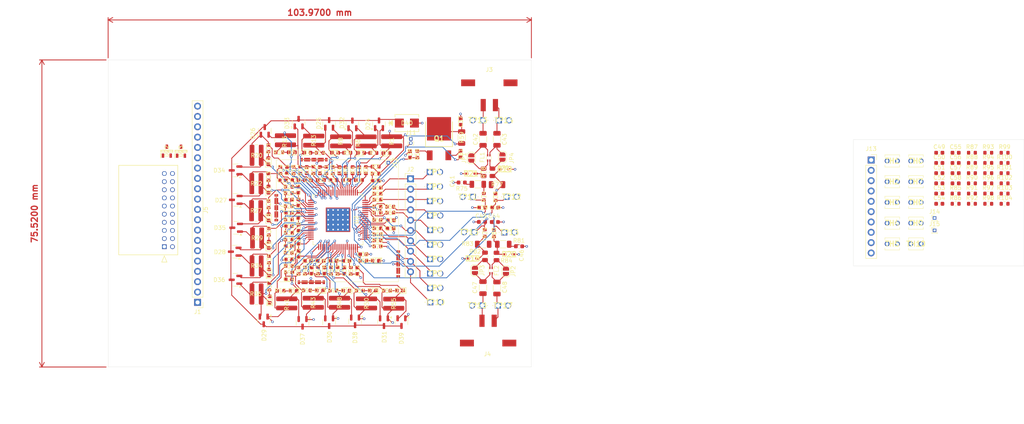
<source format=kicad_pcb>
(kicad_pcb
	(version 20240108)
	(generator "pcbnew")
	(generator_version "8.0")
	(general
		(thickness 1.6)
		(legacy_teardrops no)
	)
	(paper "A4")
	(layers
		(0 "F.Cu" signal)
		(1 "In1.Cu" signal)
		(2 "In2.Cu" signal)
		(31 "B.Cu" signal)
		(32 "B.Adhes" user "B.Adhesive")
		(33 "F.Adhes" user "F.Adhesive")
		(34 "B.Paste" user)
		(35 "F.Paste" user)
		(36 "B.SilkS" user "B.Silkscreen")
		(37 "F.SilkS" user "F.Silkscreen")
		(38 "B.Mask" user)
		(39 "F.Mask" user)
		(40 "Dwgs.User" user "User.Drawings")
		(41 "Cmts.User" user "User.Comments")
		(42 "Eco1.User" user "User.Eco1")
		(43 "Eco2.User" user "User.Eco2")
		(44 "Edge.Cuts" user)
		(45 "Margin" user)
		(46 "B.CrtYd" user "B.Courtyard")
		(47 "F.CrtYd" user "F.Courtyard")
		(48 "B.Fab" user)
		(49 "F.Fab" user)
		(50 "User.1" user)
		(51 "User.2" user)
		(52 "User.3" user)
		(53 "User.4" user)
		(54 "User.5" user)
		(55 "User.6" user)
		(56 "User.7" user)
		(57 "User.8" user)
		(58 "User.9" user)
	)
	(setup
		(stackup
			(layer "F.SilkS"
				(type "Top Silk Screen")
			)
			(layer "F.Paste"
				(type "Top Solder Paste")
			)
			(layer "F.Mask"
				(type "Top Solder Mask")
				(thickness 0.01)
			)
			(layer "F.Cu"
				(type "copper")
				(thickness 0.035)
			)
			(layer "dielectric 1"
				(type "prepreg")
				(thickness 0.1)
				(material "FR4")
				(epsilon_r 4.5)
				(loss_tangent 0.02)
			)
			(layer "In1.Cu"
				(type "copper")
				(thickness 0.035)
			)
			(layer "dielectric 2"
				(type "core")
				(thickness 1.24)
				(material "FR4")
				(epsilon_r 4.5)
				(loss_tangent 0.02)
			)
			(layer "In2.Cu"
				(type "copper")
				(thickness 0.035)
			)
			(layer "dielectric 3"
				(type "prepreg")
				(thickness 0.1)
				(material "FR4")
				(epsilon_r 4.5)
				(loss_tangent 0.02)
			)
			(layer "B.Cu"
				(type "copper")
				(thickness 0.035)
			)
			(layer "B.Mask"
				(type "Bottom Solder Mask")
				(thickness 0.01)
			)
			(layer "B.Paste"
				(type "Bottom Solder Paste")
			)
			(layer "B.SilkS"
				(type "Bottom Silk Screen")
			)
			(copper_finish "None")
			(dielectric_constraints no)
		)
		(pad_to_mask_clearance 0)
		(allow_soldermask_bridges_in_footprints no)
		(pcbplotparams
			(layerselection 0x00010fc_ffffffff)
			(plot_on_all_layers_selection 0x0000000_00000000)
			(disableapertmacros no)
			(usegerberextensions no)
			(usegerberattributes yes)
			(usegerberadvancedattributes yes)
			(creategerberjobfile yes)
			(dashed_line_dash_ratio 12.000000)
			(dashed_line_gap_ratio 3.000000)
			(svgprecision 4)
			(plotframeref no)
			(viasonmask no)
			(mode 1)
			(useauxorigin no)
			(hpglpennumber 1)
			(hpglpenspeed 20)
			(hpglpendiameter 15.000000)
			(pdf_front_fp_property_popups yes)
			(pdf_back_fp_property_popups yes)
			(dxfpolygonmode yes)
			(dxfimperialunits yes)
			(dxfusepcbnewfont yes)
			(psnegative no)
			(psa4output no)
			(plotreference yes)
			(plotvalue yes)
			(plotfptext yes)
			(plotinvisibletext no)
			(sketchpadsonfab no)
			(subtractmaskfromsilk no)
			(outputformat 1)
			(mirror no)
			(drillshape 1)
			(scaleselection 1)
			(outputdirectory "")
		)
	)
	(net 0 "")
	(net 1 "/FilterBalancingNetwork/CB")
	(net 2 "/FilterBalancingNetwork/CB:A")
	(net 3 "/FilterBalancingNetwork/CA")
	(net 4 "/Cell 15{slash}16")
	(net 5 "/FilterBalancingNetwork/SBP")
	(net 6 "/Cell 15{slash}14")
	(net 7 "/FilterBalancingNetwork/SAP")
	(net 8 "/FilterBalancingNetwork1/CB:A")
	(net 9 "/FilterBalancingNetwork1/CB")
	(net 10 "/FilterBalancingNetwork1/CA")
	(net 11 "/Cell 14{slash}13")
	(net 12 "/FilterBalancingNetwork1/SBP")
	(net 13 "/Cell 13{slash}12")
	(net 14 "/FilterBalancingNetwork1/SAP")
	(net 15 "/FilterBalancingNetwork2/CB:A")
	(net 16 "/FilterBalancingNetwork2/CB")
	(net 17 "/FilterBalancingNetwork2/CA")
	(net 18 "/Cell 12{slash}11")
	(net 19 "/FilterBalancingNetwork2/SBP")
	(net 20 "/FilterBalancingNetwork2/SAP")
	(net 21 "/Cell 11{slash}10")
	(net 22 "/FilterBalancingNetwork3/CB:A")
	(net 23 "/FilterBalancingNetwork3/CB")
	(net 24 "/FilterBalancingNetwork3/CA")
	(net 25 "/FilterBalancingNetwork3/SBP")
	(net 26 "/Cell 10{slash}9")
	(net 27 "/FilterBalancingNetwork3/SAP")
	(net 28 "/Cell 9{slash}8")
	(net 29 "/FilterBalancingNetwork4/CB:A")
	(net 30 "/FilterBalancingNetwork4/CB")
	(net 31 "/FilterBalancingNetwork4/CA")
	(net 32 "/FilterBalancingNetwork4/SBP")
	(net 33 "/Cell 8{slash}7")
	(net 34 "/Cell 7{slash}6")
	(net 35 "/FilterBalancingNetwork4/SAP")
	(net 36 "/FilterBalancingNetwork5/CB:A")
	(net 37 "/FilterBalancingNetwork5/CB")
	(net 38 "/FilterBalancingNetwork5/CA")
	(net 39 "/FilterBalancingNetwork5/SBP")
	(net 40 "/Cell 6{slash}5")
	(net 41 "/Cell 5{slash}4")
	(net 42 "/FilterBalancingNetwork5/SAP")
	(net 43 "/FilterBalancingNetwork6/CB")
	(net 44 "/FilterBalancingNetwork6/CB:A")
	(net 45 "/FilterBalancingNetwork6/CA")
	(net 46 "/FilterBalancingNetwork6/SBP")
	(net 47 "/Cell 4{slash}3")
	(net 48 "/Cell 3{slash}2")
	(net 49 "/FilterBalancingNetwork6/SAP")
	(net 50 "/FilterBalancingNetwork7/CB:A")
	(net 51 "/FilterBalancingNetwork7/CB")
	(net 52 "/FilterBalancingNetwork7/CA")
	(net 53 "/FilterBalancingNetwork7/SBP")
	(net 54 "/Cell 2{slash}1")
	(net 55 "GND")
	(net 56 "/FilterBalancingNetwork7/SAP")
	(net 57 "Net-(U2-V+)")
	(net 58 "Net-(U2-VREF1)")
	(net 59 "Net-(U2-VREF2)")
	(net 60 "+5V")
	(net 61 "Net-(Q1-C)")
	(net 62 "Net-(U2-DRIVE)")
	(net 63 "Net-(U2-IPB)")
	(net 64 "Net-(U2-IMB)")
	(net 65 "Net-(C41-Pad2)")
	(net 66 "Net-(J3-Pin_1)")
	(net 67 "Net-(J3-Pin_2)")
	(net 68 "Net-(U2-CSB(IMA))")
	(net 69 "Net-(U2-SCK(IPA))")
	(net 70 "Net-(C46-Pad2)")
	(net 71 "Net-(J4-Pin_1)")
	(net 72 "Clamp")
	(net 73 "Net-(J4-Pin_2)")
	(net 74 "Net-(D1-A)")
	(net 75 "Net-(D2-A)")
	(net 76 "Net-(D3-A)")
	(net 77 "Net-(D4-A)")
	(net 78 "Net-(D5-A)")
	(net 79 "Net-(D6-A)")
	(net 80 "Net-(D7-A)")
	(net 81 "Net-(D8-A)")
	(net 82 "Net-(D9-A)")
	(net 83 "Net-(D10-A)")
	(net 84 "Net-(D11-A)")
	(net 85 "Net-(D12-A)")
	(net 86 "Net-(D13-A)")
	(net 87 "Net-(D14-A)")
	(net 88 "Net-(D15-A)")
	(net 89 "Net-(D16-A)")
	(net 90 "Net-(D17-A)")
	(net 91 "Net-(Q1-E)")
	(net 92 "Net-(Q1-B)")
	(net 93 "VBUS")
	(net 94 "Net-(J2-Pin_1)")
	(net 95 "Net-(U2-GPIO1)")
	(net 96 "Net-(J2-Pin_2)")
	(net 97 "Net-(U2-GPIO2)")
	(net 98 "Net-(U2-GPIO3)")
	(net 99 "Net-(J2-Pin_3)")
	(net 100 "Net-(J2-Pin_4)")
	(net 101 "/TMP_SDA")
	(net 102 "Net-(J2-Pin_5)")
	(net 103 "/TMP_SCL")
	(net 104 "Net-(J2-Pin_6)")
	(net 105 "Net-(U2-GPIO6)")
	(net 106 "Net-(J2-Pin_7)")
	(net 107 "Net-(U2-GPIO7)")
	(net 108 "Net-(U2-GPIO8)")
	(net 109 "Net-(J2-Pin_8)")
	(net 110 "Net-(U2-GPIO9)")
	(net 111 "Net-(J2-Pin_9)")
	(net 112 "Net-(J2-Pin_10)")
	(net 113 "Net-(U2-GPIO10)")
	(net 114 "Net-(D19-A2)")
	(net 115 "Net-(D21-A2)")
	(net 116 "Net-(D18-A2)")
	(net 117 "Net-(D20-A2)")
	(net 118 "unconnected-(U2-NC-Pad66)")
	(net 119 "/NTC/V_out_1")
	(net 120 "/NTC/V_out_5")
	(net 121 "/NTC/V_out_2")
	(net 122 "/NTC/V_out_6")
	(net 123 "/NTC/V_out_3")
	(net 124 "/NTC/V_out_7")
	(net 125 "/NTC/V_out_4")
	(net 126 "/NTC/V_out_8")
	(net 127 "/NTC/V_out_9")
	(net 128 "/NTC/V_out_10")
	(net 129 "Net-(JP4-B)")
	(net 130 "Net-(JP1-B)")
	(net 131 "Net-(JP3-B)")
	(net 132 "Net-(JP2-B)")
	(net 133 "Net-(JP4-A)")
	(net 134 "Net-(JP1-A)")
	(net 135 "Net-(JP2-A)")
	(net 136 "Net-(JP3-A)")
	(net 137 "Net-(R85-Pad2)")
	(net 138 "Net-(R86-Pad2)")
	(net 139 "Net-(R88-Pad2)")
	(net 140 "Net-(R90-Pad2)")
	(net 141 "Net-(R92-Pad2)")
	(net 142 "Net-(R94-Pad2)")
	(net 143 "Net-(R97-Pad2)")
	(net 144 "Net-(R100-Pad1)")
	(net 145 "Net-(R101-Pad2)")
	(net 146 "Net-(R103-Pad2)")
	(footprint "Resistor_SMD:R_0603_1608Metric" (layer "F.Cu") (at 107.07 69.04 -90))
	(footprint "Resistor_SMD:R_0805_2012Metric" (layer "F.Cu") (at 159.93 74.9375 90))
	(footprint "Capacitor_SMD:C_0603_1608Metric" (layer "F.Cu") (at 168.63875 93.14875 180))
	(footprint "Capacitor_SMD:C_0603_1608Metric" (layer "F.Cu") (at 271.883 70.125))
	(footprint "Resistor_SMD:R_0603_1608Metric" (layer "F.Cu") (at 112.15 97.95))
	(footprint "Resistor_SMD:R_1206_3216Metric" (layer "F.Cu") (at 154.55 66.38 90))
	(footprint "Slave:5025" (layer "F.Cu") (at 146.79 96.28))
	(footprint "Resistor_SMD:R_1020_2550Metric" (layer "F.Cu") (at 118.09 107.03 90))
	(footprint "LED_SMD:LED_0603_1608Metric" (layer "F.Cu") (at 133.42 96.7 180))
	(footprint "Slave:SMBJ75A-13-F" (layer "F.Cu") (at 141.09 62.83))
	(footprint "Capacitor_SMD:C_0603_1608Metric" (layer "F.Cu") (at 271.883 77.655))
	(footprint "Slave:5025" (layer "F.Cu") (at 157.29 80.9875 180))
	(footprint "Capacitor_SMD:C_0603_1608Metric" (layer "F.Cu") (at 123.06 76.84 180))
	(footprint "Resistor_SMD:R_0603_1608Metric" (layer "F.Cu") (at 118.12 74.39 -90))
	(footprint "Resistor_SMD:R_1020_2550Metric" (layer "F.Cu") (at 111.57 107.18 90))
	(footprint "Slave:5025" (layer "F.Cu") (at 146.81 103.37))
	(footprint "Slave:5025" (layer "F.Cu") (at 146.76 82))
	(footprint "Package_TO_SOT_SMD:SOT-23" (layer "F.Cu") (at 127.7 63.15 90))
	(footprint "Resistor_SMD:R_0603_1608Metric" (layer "F.Cu") (at 283.913 75.145))
	(footprint "Resistor_SMD:R_0603_1608Metric" (layer "F.Cu") (at 112.1 86.56))
	(footprint "Slave:NTCLE203E3103JB0" (layer "F.Cu") (at 259.06 72.14))
	(footprint "Resistor_SMD:R_0603_1608Metric" (layer "F.Cu") (at 160.23875 89.86875 -90))
	(footprint "Package_TO_SOT_SMD:SOT-23" (layer "F.Cu") (at 139.76 111.78 -90))
	(footprint "Resistor_SMD:R_0603_1608Metric" (layer "F.Cu") (at 133.87 88.71))
	(footprint "LED_SMD:LED_0603_1608Metric" (layer "F.Cu") (at 139.402501 104.029999 180))
	(footprint "Jumper:SolderJumper-2_P1.3mm_Open_RoundedPad1.0x1.5mm" (layer "F.Cu") (at 157.80875 99.07875 -90))
	(footprint "Resistor_SMD:R_0603_1608Metric" (layer "F.Cu") (at 107.12 82.8 -90))
	(footprint "Resistor_SMD:R_0603_1608Metric" (layer "F.Cu") (at 133.87 78.74))
	(footprint "Inductor_SMD:L_0603_1608Metric" (layer "F.Cu") (at 154.28 70.44 -90))
	(footprint "LED_SMD:LED_0603_1608Metric" (layer "F.Cu") (at 107.4 106.26 90))
	(footprint "Package_TO_SOT_SMD:SOT-23" (layer "F.Cu") (at 114.49 62.72 90))
	(footprint "Capacitor_SMD:C_0603_1608Metric" (layer "F.Cu") (at 119.94 76.85 180))
	(footprint "Resistor_SMD:R_0603_1608Metric" (layer "F.Cu") (at 107.09 76.07 -90))
	(footprint "Capacitor_SMD:C_1206_3216Metric" (layer "F.Cu") (at 159.77875 103.30375 -90))
	(footprint "Resistor_SMD:R_0603_1608Metric" (layer "F.Cu") (at 132.85 70.18 180))
	(footprint "Slave:MJD31CAJ" (layer "F.Cu") (at 148.98 66.66))
	(footprint "Capacitor_SMD:C_0603_1608Metric" (layer "F.Cu") (at 162.77 83.6175))
	(footprint "Slave:NTCLE203E3103JB0" (layer "F.Cu") (at 264.874 72.14))
	(footprint "Resistor_SMD:R_0603_1608Metric" (layer "F.Cu") (at 123 104.04))
	(footprint "Capacitor_SMD:C_1206_3216Metric"
		(layer "F.Cu")
		(uuid "2e4eec28-ece9-4c8e-90eb-4f23ef96c780")
		(at 163.22 66.8175 -90)
		(descr "Capacitor SMD 1206 (3216 Metric), square (rectangular) end terminal, IPC_7351 nominal, (Body size source: IPC-SM-782 page 76, https://www.pcb-3d.com/wordpress/wp-content/uploads/ipc-sm-782a_amendment_1_and_2.pdf), generated with kicad-footprint-generator")
		(tags "capacitor")
		(property "Reference" "C43"
			(at 0 -1.85 90)
			(layer "F.SilkS")
			(uuid "9b9432ed-917d-40ca-a066-582269254049")
			(effects
				(font
					(size 1 1)
					(thickness 0.15)
				)
			)
		)
		(property "Value" "22n"
			(at 0 1.85 90)
			(layer "F.Fab")
			(hide yes)
			(uuid "1cc617f7-0f48-4fa2-9d12-029fa621314b")
			(effects
				(font
					(size 1 1)
					(thickness 0.15)
				)
			)
		)
		(property "Footprint" "Capacitor_SMD:C_1206_3216Metric"
			(at 0 0 -90)
			(unlocked yes)
			(layer "F.Fab")
			(hide yes)
			(uuid "0c8bd520-9ded-48b8-995a-96e25bfcc3fe")
			(effects
				(font
					(size 1.27 1.27)
				)
			)
		)
		(property "Datasheet" ""
			(at 0 0 -90)
			(unlocked yes)
			(layer "F.Fab")
			(hide yes)
			(uuid "8c51c25d-3b33-443c-bbd8-a83d225e72e2")
			(effects
				(font
					(size 1.27 1.27)
				)
			)
		)
		(property "Description" "Unpolarized capacitor"
			(at 0 0 -90)
			(unlocked yes)
			(layer "F
... [1586607 chars truncated]
</source>
